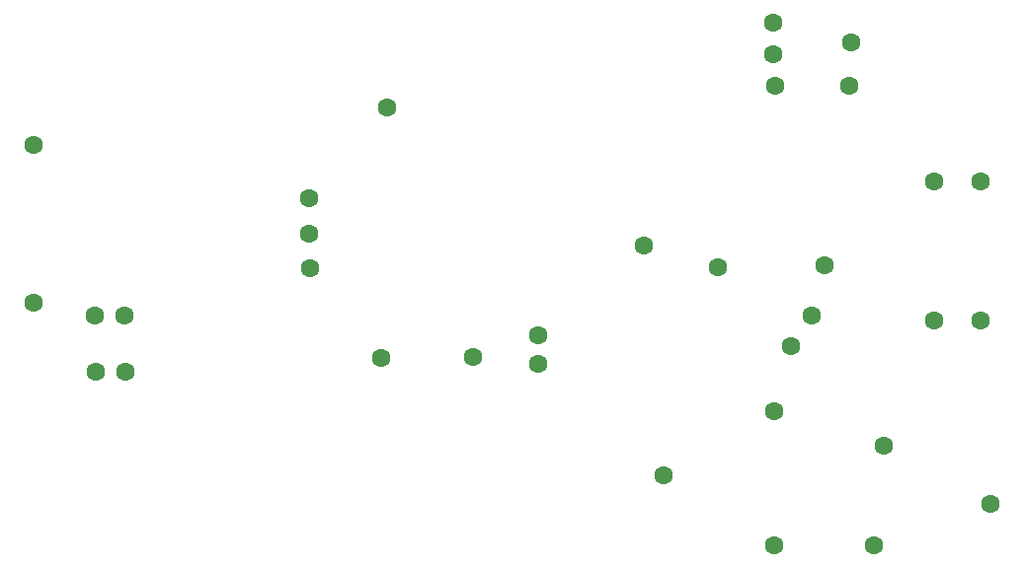
<source format=gbr>
%TF.GenerationSoftware,KiCad,Pcbnew,7.0.7*%
%TF.CreationDate,2023-12-25T15:57:39+03:00*%
%TF.ProjectId,Main_PCB_002,4d61696e-5f50-4434-925f-3030322e6b69,rev?*%
%TF.SameCoordinates,Original*%
%TF.FileFunction,Soldermask,Bot*%
%TF.FilePolarity,Negative*%
%FSLAX46Y46*%
G04 Gerber Fmt 4.6, Leading zero omitted, Abs format (unit mm)*
G04 Created by KiCad (PCBNEW 7.0.7) date 2023-12-25 15:57:39*
%MOMM*%
%LPD*%
G01*
G04 APERTURE LIST*
%ADD10C,1.600000*%
G04 APERTURE END LIST*
D10*
%TO.C,D35*%
X173200000Y-127250000D03*
%TD*%
%TO.C,D34*%
X154700000Y-130750000D03*
%TD*%
%TO.C,D33*%
X163200000Y-130750000D03*
%TD*%
%TO.C,D32*%
X145200000Y-124750000D03*
%TD*%
%TO.C,D5*%
X128838200Y-114600000D03*
%TD*%
%TO.C,D9*%
X161331700Y-87603650D03*
%TD*%
%TO.C,D19*%
X96500000Y-115900000D03*
%TD*%
%TO.C,D20*%
X114816000Y-101000000D03*
%TD*%
%TO.C,D2*%
X172400000Y-99500000D03*
%TD*%
%TO.C,D11*%
X164100000Y-122250000D03*
%TD*%
%TO.C,D1*%
X149900000Y-106847600D03*
%TD*%
%TO.C,D17*%
X96400000Y-111000000D03*
%TD*%
%TO.C,D3*%
X168400000Y-111500000D03*
%TD*%
%TO.C,D14*%
X156143950Y-113654800D03*
%TD*%
%TO.C,D22*%
X114866800Y-107000000D03*
%TD*%
%TO.C,D15*%
X154629300Y-85868050D03*
%TD*%
%TO.C,D26*%
X143500000Y-105000000D03*
%TD*%
%TO.C,D25*%
X121500000Y-93200000D03*
%TD*%
%TO.C,D8*%
X134417800Y-112773100D03*
%TD*%
%TO.C,D13*%
X157921950Y-111064000D03*
%TD*%
%TO.C,D31*%
X121000000Y-114700000D03*
%TD*%
%TO.C,D29*%
X161131700Y-91303650D03*
%TD*%
%TO.C,D7*%
X172400000Y-111500000D03*
%TD*%
%TO.C,D24*%
X99100000Y-115900000D03*
%TD*%
%TO.C,D6*%
X168400000Y-99500000D03*
%TD*%
%TO.C,D28*%
X91200000Y-109949200D03*
%TD*%
%TO.C,D16*%
X159000000Y-106750000D03*
%TD*%
%TO.C,D12*%
X134468600Y-115211500D03*
%TD*%
%TO.C,D21*%
X114816000Y-104000000D03*
%TD*%
%TO.C,D4*%
X154781700Y-91303650D03*
%TD*%
%TO.C,D10*%
X154700000Y-119250000D03*
%TD*%
%TO.C,D18*%
X99000000Y-111000000D03*
%TD*%
%TO.C,D27*%
X91200000Y-96400000D03*
%TD*%
%TO.C,D30*%
X154629300Y-88611250D03*
%TD*%
M02*

</source>
